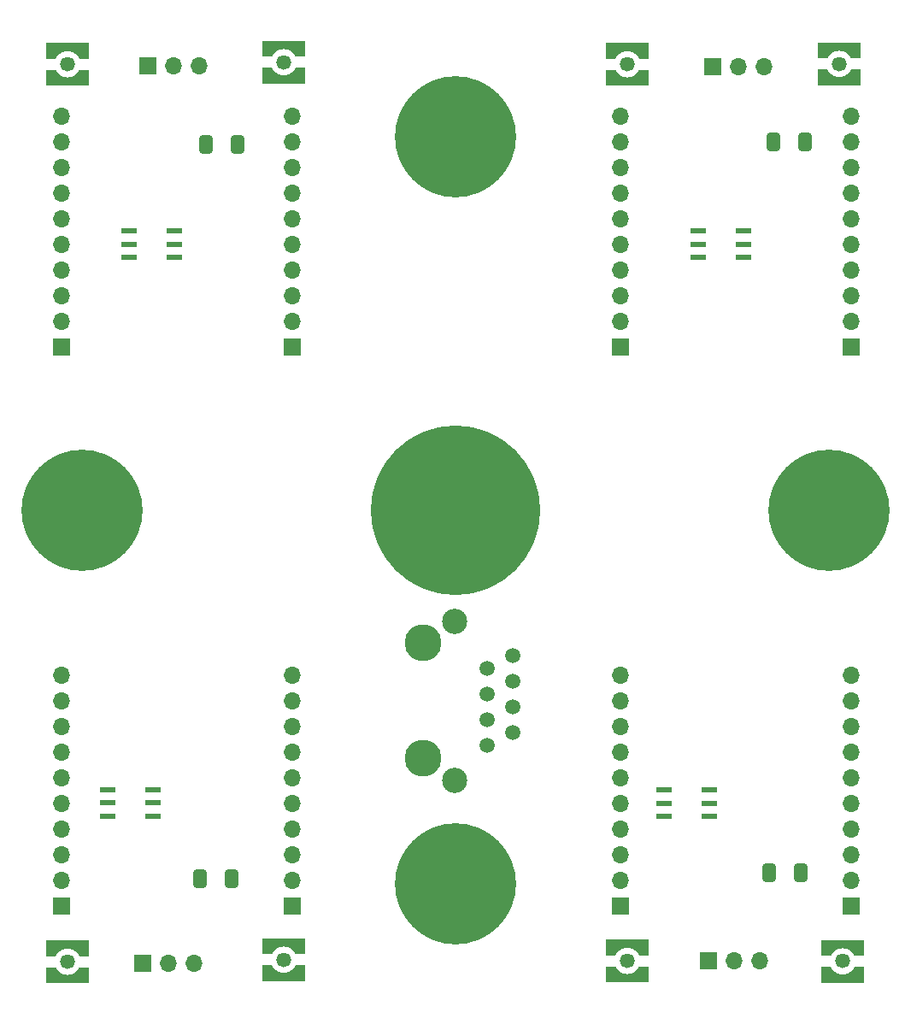
<source format=gbr>
%TF.GenerationSoftware,KiCad,Pcbnew,9.0.2*%
%TF.CreationDate,2025-05-19T01:06:40-04:00*%
%TF.ProjectId,quad_sipm_mmcx_9.1,71756164-5f73-4697-906d-5f6d6d63785f,10*%
%TF.SameCoordinates,Original*%
%TF.FileFunction,Soldermask,Bot*%
%TF.FilePolarity,Negative*%
%FSLAX46Y46*%
G04 Gerber Fmt 4.6, Leading zero omitted, Abs format (unit mm)*
G04 Created by KiCad (PCBNEW 9.0.2) date 2025-05-19 01:06:40*
%MOMM*%
%LPD*%
G01*
G04 APERTURE LIST*
G04 Aperture macros list*
%AMRoundRect*
0 Rectangle with rounded corners*
0 $1 Rounding radius*
0 $2 $3 $4 $5 $6 $7 $8 $9 X,Y pos of 4 corners*
0 Add a 4 corners polygon primitive as box body*
4,1,4,$2,$3,$4,$5,$6,$7,$8,$9,$2,$3,0*
0 Add four circle primitives for the rounded corners*
1,1,$1+$1,$2,$3*
1,1,$1+$1,$4,$5*
1,1,$1+$1,$6,$7*
1,1,$1+$1,$8,$9*
0 Add four rect primitives between the rounded corners*
20,1,$1+$1,$2,$3,$4,$5,0*
20,1,$1+$1,$4,$5,$6,$7,0*
20,1,$1+$1,$6,$7,$8,$9,0*
20,1,$1+$1,$8,$9,$2,$3,0*%
%AMFreePoly0*
4,1,32,1.175354,2.110354,1.175500,2.110000,1.175500,1.179300,1.175354,1.178946,1.175216,1.178849,1.072307,1.129519,0.884240,1.000302,0.721729,0.840131,0.589799,0.653958,0.492537,0.447555,0.432946,0.227290,0.412876,0.000000,0.432946,-0.227290,0.492537,-0.447555,0.589799,-0.653958,0.721729,-0.840131,0.884240,-1.000302,1.072307,-1.129519,1.175216,-1.178849,1.175472,-1.179134,
1.175500,-1.179300,1.175500,-2.110000,1.175354,-2.110354,1.175000,-2.110500,-0.395000,-2.110500,-0.395354,-2.110354,-0.395500,-2.110000,-0.395500,2.110000,-0.395354,2.110354,-0.395000,2.110500,1.175000,2.110500,1.175354,2.110354,1.175354,2.110354,$1*%
%AMFreePoly1*
4,1,32,0.435354,2.110354,0.435500,2.110000,0.435500,-2.110000,0.435354,-2.110354,0.435000,-2.110500,-1.135000,-2.110500,-1.135354,-2.110354,-1.135500,-2.110000,-1.135500,-1.179300,-1.135354,-1.178946,-1.135216,-1.178849,-1.032307,-1.129519,-0.844240,-1.000302,-0.681729,-0.840131,-0.549799,-0.653958,-0.452537,-0.447555,-0.392946,-0.227290,-0.372876,0.000000,-0.392946,0.227290,-0.452537,0.447555,
-0.549799,0.653958,-0.681729,0.840131,-0.844240,1.000302,-1.032307,1.129519,-1.135216,1.178849,-1.135472,1.179134,-1.135500,1.179300,-1.135500,2.110000,-1.135354,2.110354,-1.135000,2.110500,0.435000,2.110500,0.435354,2.110354,0.435354,2.110354,$1*%
G04 Aperture macros list end*
%ADD10C,16.800000*%
%ADD11C,12.000000*%
%ADD12R,1.700000X1.700000*%
%ADD13O,1.700000X1.700000*%
%ADD14RoundRect,0.250000X0.412500X0.650000X-0.412500X0.650000X-0.412500X-0.650000X0.412500X-0.650000X0*%
%ADD15R,1.500000X0.600000*%
%ADD16C,1.470000*%
%ADD17FreePoly0,90.000000*%
%ADD18FreePoly1,90.000000*%
%ADD19C,3.650000*%
%ADD20C,1.500000*%
%ADD21C,2.500000*%
%ADD22FreePoly0,270.000000*%
%ADD23FreePoly1,270.000000*%
G04 APERTURE END LIST*
D10*
%TO.C,H2*%
X100000000Y-100000000D03*
%TD*%
D11*
%TO.C,H3*%
X100000000Y-137000000D03*
%TD*%
%TO.C,H4*%
X137000000Y-100000000D03*
%TD*%
%TO.C,H5*%
X63000000Y-100000000D03*
%TD*%
%TO.C,H1*%
X100000000Y-63000000D03*
%TD*%
D12*
%TO.C,J22*%
X83774000Y-139192000D03*
D13*
X83774000Y-136652000D03*
X83774000Y-134112000D03*
X83774000Y-131572000D03*
X83774000Y-126492000D03*
X83774000Y-123952000D03*
X83774000Y-121412000D03*
X83774000Y-118872000D03*
X83774000Y-116332000D03*
D12*
X60914000Y-139192000D03*
D13*
X60914000Y-136652000D03*
X60914000Y-134112000D03*
X60914000Y-131572000D03*
X60914000Y-126492000D03*
X60914000Y-121412000D03*
X60914000Y-118872000D03*
X60914000Y-116332000D03*
X60914000Y-129032000D03*
X60914000Y-123952000D03*
X83774000Y-129032000D03*
%TD*%
D12*
%TO.C,J23*%
X139146000Y-139192000D03*
D13*
X139146000Y-136652000D03*
X139146000Y-134112000D03*
X139146000Y-131572000D03*
X139146000Y-126492000D03*
X139146000Y-123952000D03*
X139146000Y-121412000D03*
X139146000Y-118872000D03*
X139146000Y-116332000D03*
D12*
X116286000Y-139192000D03*
D13*
X116286000Y-136652000D03*
X116286000Y-134112000D03*
X116286000Y-131572000D03*
X116286000Y-126492000D03*
X116286000Y-121412000D03*
X116286000Y-118872000D03*
X116286000Y-116332000D03*
X116286000Y-129032000D03*
X116286000Y-123952000D03*
X139146000Y-129032000D03*
%TD*%
D12*
%TO.C,J24*%
X139146000Y-83820000D03*
D13*
X139146000Y-81280000D03*
X139146000Y-78740000D03*
X139146000Y-76200000D03*
X139146000Y-71120000D03*
X139146000Y-68580000D03*
X139146000Y-66040000D03*
X139146000Y-63500000D03*
X139146000Y-60960000D03*
D12*
X116286000Y-83820000D03*
D13*
X116286000Y-81280000D03*
X116286000Y-78740000D03*
X116286000Y-76200000D03*
X116286000Y-71120000D03*
X116286000Y-66040000D03*
X116286000Y-63500000D03*
X116286000Y-60960000D03*
X116286000Y-73660000D03*
X116286000Y-68580000D03*
X139146000Y-73660000D03*
%TD*%
D12*
%TO.C,J13*%
X125000000Y-144670000D03*
D13*
X127540000Y-144670000D03*
X130080000Y-144670000D03*
%TD*%
D12*
%TO.C,J15*%
X125500000Y-56120000D03*
D13*
X128040000Y-56120000D03*
X130580000Y-56120000D03*
%TD*%
D12*
%TO.C,J14*%
X68975000Y-144880000D03*
D13*
X71515000Y-144880000D03*
X74055000Y-144880000D03*
%TD*%
D12*
%TO.C,J16*%
X69500000Y-56000000D03*
D13*
X72040000Y-56000000D03*
X74580000Y-56000000D03*
%TD*%
D12*
%TO.C,J25*%
X83774000Y-83820000D03*
D13*
X83774000Y-81280000D03*
X83774000Y-78740000D03*
X83774000Y-76200000D03*
X83774000Y-71120000D03*
X83774000Y-68580000D03*
X83774000Y-66040000D03*
X83774000Y-63500000D03*
X83774000Y-60960000D03*
D12*
X60914000Y-83820000D03*
D13*
X60914000Y-81280000D03*
X60914000Y-78740000D03*
X60914000Y-76200000D03*
X60914000Y-71120000D03*
X60914000Y-66040000D03*
X60914000Y-63500000D03*
X60914000Y-60960000D03*
X60914000Y-73660000D03*
X60914000Y-68580000D03*
X83774000Y-73660000D03*
%TD*%
D14*
%TO.C,C4*%
X78397500Y-63792500D03*
X75272500Y-63792500D03*
%TD*%
%TO.C,C3*%
X134570000Y-63500000D03*
X131445000Y-63500000D03*
%TD*%
%TO.C,C1*%
X134189000Y-135890000D03*
X131064000Y-135890000D03*
%TD*%
%TO.C,C2*%
X77762500Y-136525000D03*
X74637500Y-136525000D03*
%TD*%
D15*
%TO.C,SW1*%
X65532000Y-130302000D03*
X65532000Y-129002000D03*
X65532000Y-127702000D03*
X70032000Y-130302000D03*
X70032000Y-129002000D03*
X70032000Y-127702000D03*
%TD*%
D16*
%TO.C,J1*%
X138290000Y-144670000D03*
D17*
X138290000Y-146380000D03*
D18*
X138290000Y-143000000D03*
%TD*%
D15*
%TO.C,SW2*%
X67600000Y-74960000D03*
X67600000Y-73660000D03*
X67600000Y-72360000D03*
X72100000Y-74960000D03*
X72100000Y-73660000D03*
X72100000Y-72360000D03*
%TD*%
D19*
%TO.C,J21*%
X96800000Y-124590000D03*
X96800000Y-113160000D03*
D20*
X103150000Y-123320000D03*
X105690000Y-122050000D03*
X103150000Y-120780000D03*
X105690000Y-119510000D03*
X103150000Y-118240000D03*
X105690000Y-116970000D03*
X103150000Y-115700000D03*
X105690000Y-114430000D03*
D21*
X99850000Y-126750000D03*
X99850000Y-111000000D03*
%TD*%
D16*
%TO.C,J11*%
X61500000Y-144710000D03*
D22*
X61500000Y-143000000D03*
D23*
X61500000Y-146380000D03*
%TD*%
D16*
%TO.C,J3*%
X138000000Y-55790000D03*
D17*
X138000000Y-57500000D03*
D18*
X138000000Y-54120000D03*
%TD*%
D16*
%TO.C,J9*%
X117000000Y-144670000D03*
D22*
X117000000Y-142960000D03*
D23*
X117000000Y-146340000D03*
%TD*%
D16*
%TO.C,J10*%
X83000000Y-55670000D03*
D17*
X83000000Y-57380000D03*
D18*
X83000000Y-54000000D03*
%TD*%
D15*
%TO.C,SW3*%
X120650000Y-130332000D03*
X120650000Y-129032000D03*
X120650000Y-127732000D03*
X125150000Y-130332000D03*
X125150000Y-129032000D03*
X125150000Y-127732000D03*
%TD*%
D16*
%TO.C,J4*%
X61500000Y-55830000D03*
D22*
X61500000Y-54120000D03*
D23*
X61500000Y-57500000D03*
%TD*%
D16*
%TO.C,J12*%
X83000000Y-144550000D03*
D17*
X83000000Y-146260000D03*
D18*
X83000000Y-142880000D03*
%TD*%
D15*
%TO.C,SW4*%
X123988000Y-74960000D03*
X123988000Y-73660000D03*
X123988000Y-72360000D03*
X128488000Y-74960000D03*
X128488000Y-73660000D03*
X128488000Y-72360000D03*
%TD*%
D16*
%TO.C,J2*%
X117000000Y-55830000D03*
D22*
X117000000Y-54120000D03*
D23*
X117000000Y-57500000D03*
%TD*%
M02*

</source>
